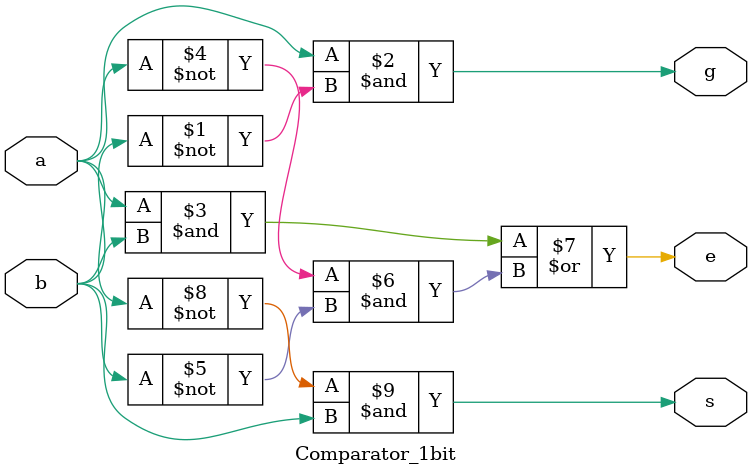
<source format=v>
`timescale 1ns / 1ps


module Comparator_1bit(
    input a,
    input b,
    output g,
    output e,
    output s
    );
    
    assign g = a & (~b),
           e = a & b | (~a) & (~b),
           s = (~a) & b;
    
endmodule

</source>
